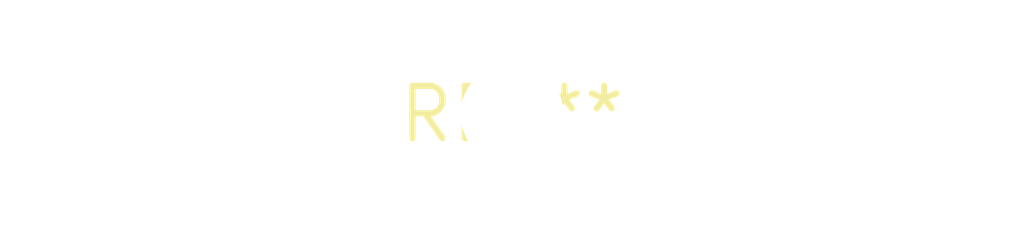
<source format=kicad_pcb>
(kicad_pcb (version 20240108) (generator pcbnew)
  (layers (0 "F.Cu" signal) (31 "B.Cu" signal) (34 "B.Paste" user) (35 "F.Paste" user) (36 "B.SilkS" user "B.Silkscreen") (37 "F.SilkS" user "F.Silkscreen") (38 "B.Mask" user) (39 "F.Mask" user) (44 "Edge.Cuts" user))
  (net 0 "")
  (footprint "MountingHole_2.5mm_Pad" (layer "F.Cu") (at 0 0)
    (property "Reference" "REF**")
    (property "Value" "MountingHole_2.5mm_Pad")
    (pad "1" thru_hole circle (at 0 0) (size 5 5) (drill 2.5) (layers *.Cu *.Mask) (remove_unused_layers))
  )
)
</source>
